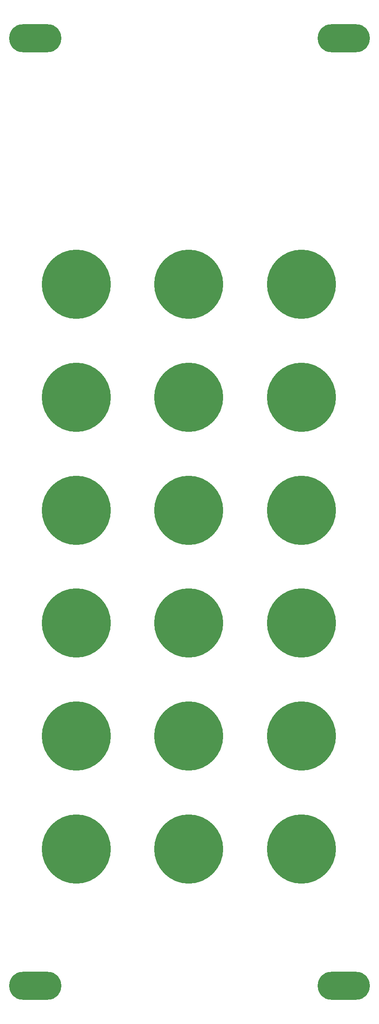
<source format=gbr>
G04 #@! TF.GenerationSoftware,KiCad,Pcbnew,(5.1.7)-1*
G04 #@! TF.CreationDate,2023-03-06T19:58:31+00:00*
G04 #@! TF.ProjectId,KOSMO-POLY6-JACKS,4b4f534d-4f2d-4504-9f4c-59362d4a4143,V0.1.0*
G04 #@! TF.SameCoordinates,Original*
G04 #@! TF.FileFunction,Soldermask,Top*
G04 #@! TF.FilePolarity,Negative*
%FSLAX46Y46*%
G04 Gerber Fmt 4.6, Leading zero omitted, Abs format (unit mm)*
G04 Created by KiCad (PCBNEW (5.1.7)-1) date 2023-03-06 19:58:31*
%MOMM*%
%LPD*%
G01*
G04 APERTURE LIST*
%ADD10C,14.102000*%
%ADD11O,10.702000X5.702000*%
G04 APERTURE END LIST*
D10*
X119885000Y-173421000D03*
X165885000Y-150421000D03*
X142885000Y-150421000D03*
X119885000Y-150421000D03*
X165885000Y-173421000D03*
X165885000Y-127421000D03*
X142885000Y-173421000D03*
X142885000Y-127421000D03*
X119885000Y-127421000D03*
X119885000Y-104421000D03*
X165885000Y-104421000D03*
X142885000Y-104421000D03*
X165885000Y-81421000D03*
X142885000Y-81421000D03*
X119885000Y-81421000D03*
X165885000Y-58421000D03*
X142885000Y-58421000D03*
X119885000Y-58421000D03*
D11*
X174539000Y-201282000D03*
X111539000Y-201282000D03*
X111539000Y-8282000D03*
X174539000Y-8282000D03*
M02*

</source>
